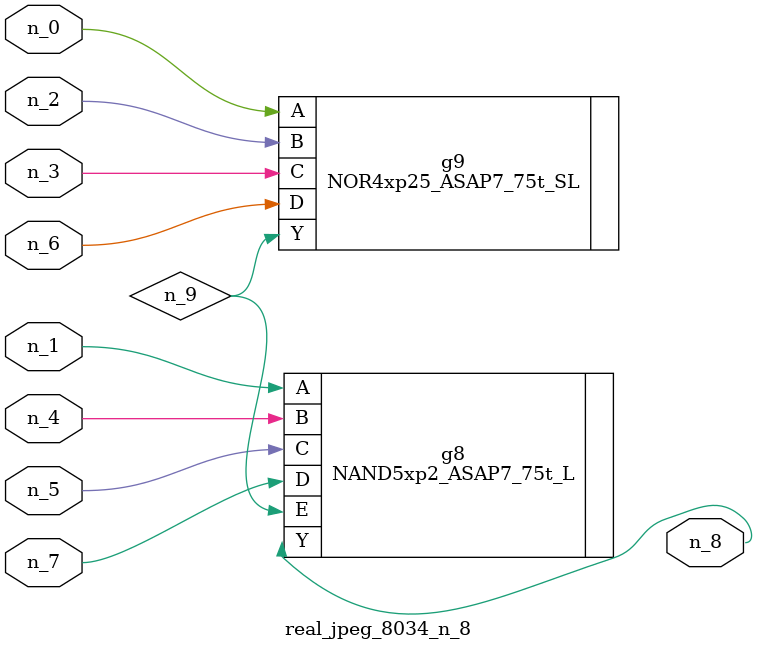
<source format=v>
module real_jpeg_8034_n_8 (n_5, n_4, n_0, n_1, n_2, n_6, n_7, n_3, n_8);

input n_5;
input n_4;
input n_0;
input n_1;
input n_2;
input n_6;
input n_7;
input n_3;

output n_8;

wire n_9;

NOR4xp25_ASAP7_75t_SL g9 ( 
.A(n_0),
.B(n_2),
.C(n_3),
.D(n_6),
.Y(n_9)
);

NAND5xp2_ASAP7_75t_L g8 ( 
.A(n_1),
.B(n_4),
.C(n_5),
.D(n_7),
.E(n_9),
.Y(n_8)
);


endmodule
</source>
